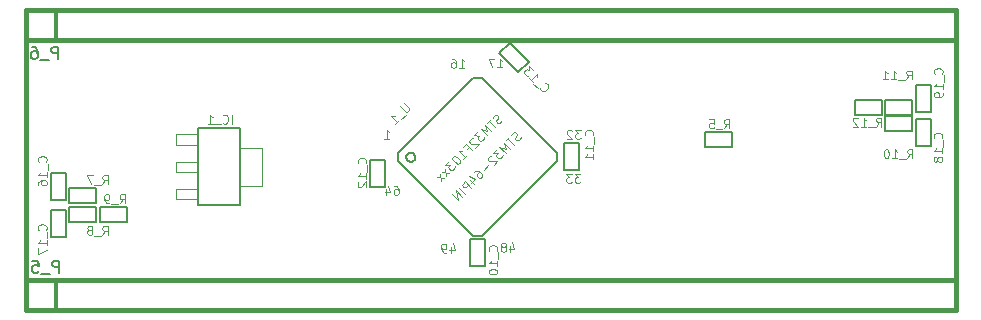
<source format=gbo>
G04 (created by PCBNEW-RS274X (2010-03-14)-final) date Tue 05 Apr 2011 06:41:08 PM CEST*
G01*
G70*
G90*
%MOIN*%
G04 Gerber Fmt 3.4, Leading zero omitted, Abs format*
%FSLAX34Y34*%
G04 APERTURE LIST*
%ADD10C,0.006000*%
%ADD11C,0.004900*%
%ADD12C,0.015000*%
%ADD13C,0.005000*%
%ADD14C,0.002600*%
%ADD15C,0.008000*%
%ADD16C,0.012000*%
%ADD17C,0.006700*%
G04 APERTURE END LIST*
G54D10*
G54D11*
X50664Y-25882D02*
X50664Y-26079D01*
X50735Y-25770D02*
X50805Y-25981D01*
X50622Y-25981D01*
X50496Y-26079D02*
X50440Y-26079D01*
X50411Y-26065D01*
X50397Y-26051D01*
X50369Y-26009D01*
X50355Y-25952D01*
X50355Y-25840D01*
X50369Y-25812D01*
X50383Y-25798D01*
X50411Y-25784D01*
X50468Y-25784D01*
X50496Y-25798D01*
X50510Y-25812D01*
X50524Y-25840D01*
X50524Y-25910D01*
X50510Y-25938D01*
X50496Y-25952D01*
X50468Y-25967D01*
X50411Y-25967D01*
X50383Y-25952D01*
X50369Y-25938D01*
X50355Y-25910D01*
X52654Y-25852D02*
X52654Y-26049D01*
X52725Y-25740D02*
X52795Y-25951D01*
X52612Y-25951D01*
X52458Y-25880D02*
X52486Y-25866D01*
X52500Y-25852D01*
X52514Y-25824D01*
X52514Y-25810D01*
X52500Y-25782D01*
X52486Y-25768D01*
X52458Y-25754D01*
X52401Y-25754D01*
X52373Y-25768D01*
X52359Y-25782D01*
X52345Y-25810D01*
X52345Y-25824D01*
X52359Y-25852D01*
X52373Y-25866D01*
X52401Y-25880D01*
X52458Y-25880D01*
X52486Y-25894D01*
X52500Y-25908D01*
X52514Y-25937D01*
X52514Y-25993D01*
X52500Y-26021D01*
X52486Y-26035D01*
X52458Y-26049D01*
X52401Y-26049D01*
X52373Y-26035D01*
X52359Y-26021D01*
X52345Y-25993D01*
X52345Y-25937D01*
X52359Y-25908D01*
X52373Y-25894D01*
X52401Y-25880D01*
X54989Y-23454D02*
X54806Y-23454D01*
X54905Y-23566D01*
X54862Y-23566D01*
X54834Y-23580D01*
X54820Y-23594D01*
X54806Y-23622D01*
X54806Y-23693D01*
X54820Y-23721D01*
X54834Y-23735D01*
X54862Y-23749D01*
X54947Y-23749D01*
X54975Y-23735D01*
X54989Y-23721D01*
X54708Y-23454D02*
X54525Y-23454D01*
X54624Y-23566D01*
X54581Y-23566D01*
X54553Y-23580D01*
X54539Y-23594D01*
X54525Y-23622D01*
X54525Y-23693D01*
X54539Y-23721D01*
X54553Y-23735D01*
X54581Y-23749D01*
X54666Y-23749D01*
X54694Y-23735D01*
X54708Y-23721D01*
X54999Y-21994D02*
X54816Y-21994D01*
X54915Y-22106D01*
X54872Y-22106D01*
X54844Y-22120D01*
X54830Y-22134D01*
X54816Y-22162D01*
X54816Y-22233D01*
X54830Y-22261D01*
X54844Y-22275D01*
X54872Y-22289D01*
X54957Y-22289D01*
X54985Y-22275D01*
X54999Y-22261D01*
X54704Y-22022D02*
X54690Y-22008D01*
X54662Y-21994D01*
X54591Y-21994D01*
X54563Y-22008D01*
X54549Y-22022D01*
X54535Y-22050D01*
X54535Y-22078D01*
X54549Y-22120D01*
X54718Y-22289D01*
X54535Y-22289D01*
X52226Y-19909D02*
X52395Y-19909D01*
X52311Y-19909D02*
X52311Y-19614D01*
X52339Y-19656D01*
X52367Y-19684D01*
X52395Y-19698D01*
X52128Y-19614D02*
X51931Y-19614D01*
X52058Y-19909D01*
X50956Y-19919D02*
X51125Y-19919D01*
X51041Y-19919D02*
X51041Y-19624D01*
X51069Y-19666D01*
X51097Y-19694D01*
X51125Y-19708D01*
X50703Y-19624D02*
X50760Y-19624D01*
X50788Y-19638D01*
X50802Y-19652D01*
X50830Y-19694D01*
X50844Y-19750D01*
X50844Y-19863D01*
X50830Y-19891D01*
X50816Y-19905D01*
X50788Y-19919D01*
X50731Y-19919D01*
X50703Y-19905D01*
X50689Y-19891D01*
X50675Y-19863D01*
X50675Y-19792D01*
X50689Y-19764D01*
X50703Y-19750D01*
X50731Y-19736D01*
X50788Y-19736D01*
X50816Y-19750D01*
X50830Y-19764D01*
X50844Y-19792D01*
X48794Y-23864D02*
X48851Y-23864D01*
X48879Y-23878D01*
X48893Y-23892D01*
X48921Y-23934D01*
X48935Y-23990D01*
X48935Y-24103D01*
X48921Y-24131D01*
X48907Y-24145D01*
X48879Y-24159D01*
X48822Y-24159D01*
X48794Y-24145D01*
X48780Y-24131D01*
X48766Y-24103D01*
X48766Y-24032D01*
X48780Y-24004D01*
X48794Y-23990D01*
X48822Y-23976D01*
X48879Y-23976D01*
X48907Y-23990D01*
X48921Y-24004D01*
X48935Y-24032D01*
X48513Y-23962D02*
X48513Y-24159D01*
X48584Y-23850D02*
X48654Y-24061D01*
X48471Y-24061D01*
X48455Y-22289D02*
X48624Y-22289D01*
X48540Y-22289D02*
X48540Y-21994D01*
X48568Y-22036D01*
X48596Y-22064D01*
X48624Y-22078D01*
G54D12*
X36500Y-28000D02*
X36500Y-18000D01*
X67500Y-28000D02*
X36500Y-28000D01*
X67500Y-18000D02*
X67500Y-28000D01*
X36500Y-18000D02*
X67500Y-18000D01*
G54D13*
X51419Y-20255D02*
X48915Y-22759D01*
X51701Y-20255D02*
X54205Y-22759D01*
X51701Y-25545D02*
X54205Y-23041D01*
X48915Y-23041D02*
X51419Y-25545D01*
X49490Y-22900D02*
X49487Y-22929D01*
X49478Y-22957D01*
X49464Y-22983D01*
X49446Y-23005D01*
X49423Y-23024D01*
X49398Y-23038D01*
X49370Y-23046D01*
X49341Y-23049D01*
X49312Y-23047D01*
X49284Y-23039D01*
X49258Y-23025D01*
X49236Y-23007D01*
X49217Y-22984D01*
X49203Y-22959D01*
X49194Y-22931D01*
X49191Y-22902D01*
X49193Y-22873D01*
X49201Y-22845D01*
X49214Y-22819D01*
X49233Y-22796D01*
X49255Y-22777D01*
X49280Y-22763D01*
X49308Y-22754D01*
X49337Y-22751D01*
X49366Y-22753D01*
X49394Y-22761D01*
X49420Y-22774D01*
X49443Y-22792D01*
X49462Y-22814D01*
X49477Y-22839D01*
X49486Y-22867D01*
X49489Y-22896D01*
X49490Y-22900D01*
X48915Y-22759D02*
X48915Y-23041D01*
X51701Y-20255D02*
X51419Y-20255D01*
X54205Y-23041D02*
X54205Y-22759D01*
X51419Y-25545D02*
X51701Y-25545D01*
X64130Y-21490D02*
X65030Y-21490D01*
X65030Y-21490D02*
X65030Y-20990D01*
X65030Y-20990D02*
X64130Y-20990D01*
X64130Y-20990D02*
X64130Y-21490D01*
X65130Y-21490D02*
X66030Y-21490D01*
X66030Y-21490D02*
X66030Y-20990D01*
X66030Y-20990D02*
X65130Y-20990D01*
X65130Y-20990D02*
X65130Y-21490D01*
X65130Y-22030D02*
X66030Y-22030D01*
X66030Y-22030D02*
X66030Y-21530D01*
X66030Y-21530D02*
X65130Y-21530D01*
X65130Y-21530D02*
X65130Y-22030D01*
X39870Y-24570D02*
X38970Y-24570D01*
X38970Y-24570D02*
X38970Y-25070D01*
X38970Y-25070D02*
X39870Y-25070D01*
X39870Y-25070D02*
X39870Y-24570D01*
X38850Y-24570D02*
X37950Y-24570D01*
X37950Y-24570D02*
X37950Y-25070D01*
X37950Y-25070D02*
X38850Y-25070D01*
X38850Y-25070D02*
X38850Y-24570D01*
X38850Y-23930D02*
X37950Y-23930D01*
X37950Y-23930D02*
X37950Y-24430D01*
X37950Y-24430D02*
X38850Y-24430D01*
X38850Y-24430D02*
X38850Y-23930D01*
X60050Y-22070D02*
X59150Y-22070D01*
X59150Y-22070D02*
X59150Y-22570D01*
X59150Y-22570D02*
X60050Y-22570D01*
X60050Y-22570D02*
X60050Y-22070D01*
X66670Y-21390D02*
X66670Y-20490D01*
X66670Y-20490D02*
X66170Y-20490D01*
X66170Y-20490D02*
X66170Y-21390D01*
X66170Y-21390D02*
X66670Y-21390D01*
X66170Y-21630D02*
X66170Y-22530D01*
X66170Y-22530D02*
X66670Y-22530D01*
X66670Y-22530D02*
X66670Y-21630D01*
X66670Y-21630D02*
X66170Y-21630D01*
X37330Y-24670D02*
X37330Y-25570D01*
X37330Y-25570D02*
X37830Y-25570D01*
X37830Y-25570D02*
X37830Y-24670D01*
X37830Y-24670D02*
X37330Y-24670D01*
X37830Y-24330D02*
X37830Y-23430D01*
X37830Y-23430D02*
X37330Y-23430D01*
X37330Y-23430D02*
X37330Y-24330D01*
X37330Y-24330D02*
X37830Y-24330D01*
X53275Y-19721D02*
X52639Y-19085D01*
X52639Y-19085D02*
X52285Y-19439D01*
X52285Y-19439D02*
X52921Y-20075D01*
X52921Y-20075D02*
X53275Y-19721D01*
X47990Y-22990D02*
X47990Y-23890D01*
X47990Y-23890D02*
X48490Y-23890D01*
X48490Y-23890D02*
X48490Y-22990D01*
X48490Y-22990D02*
X47990Y-22990D01*
X54440Y-22430D02*
X54440Y-23330D01*
X54440Y-23330D02*
X54940Y-23330D01*
X54940Y-23330D02*
X54940Y-22430D01*
X54940Y-22430D02*
X54440Y-22430D01*
X51310Y-25630D02*
X51310Y-26530D01*
X51310Y-26530D02*
X51810Y-26530D01*
X51810Y-26530D02*
X51810Y-25630D01*
X51810Y-25630D02*
X51310Y-25630D01*
G54D14*
X43649Y-23850D02*
X43649Y-22590D01*
X43649Y-22590D02*
X44380Y-22590D01*
X44380Y-23850D02*
X44380Y-22590D01*
X43649Y-23850D02*
X44380Y-23850D01*
X41500Y-23390D02*
X41500Y-23050D01*
X41500Y-23050D02*
X42231Y-23050D01*
X42231Y-23390D02*
X42231Y-23050D01*
X41500Y-23390D02*
X42231Y-23390D01*
X41500Y-24300D02*
X41500Y-23960D01*
X41500Y-23960D02*
X42231Y-23960D01*
X42231Y-24300D02*
X42231Y-23960D01*
X41500Y-24300D02*
X42231Y-24300D01*
X41500Y-22480D02*
X41500Y-22140D01*
X41500Y-22140D02*
X42231Y-22140D01*
X42231Y-22480D02*
X42231Y-22140D01*
X41500Y-22480D02*
X42231Y-22480D01*
X43649Y-23850D02*
X43649Y-22590D01*
X43649Y-22590D02*
X44380Y-22590D01*
X44380Y-23850D02*
X44380Y-22590D01*
X43649Y-23850D02*
X44380Y-23850D01*
X41500Y-23390D02*
X41500Y-23050D01*
X41500Y-23050D02*
X42231Y-23050D01*
X42231Y-23390D02*
X42231Y-23050D01*
X41500Y-23390D02*
X42231Y-23390D01*
X41500Y-24300D02*
X41500Y-23960D01*
X41500Y-23960D02*
X42231Y-23960D01*
X42231Y-24300D02*
X42231Y-23960D01*
X41500Y-24300D02*
X42231Y-24300D01*
X41500Y-22480D02*
X41500Y-22140D01*
X41500Y-22140D02*
X42231Y-22140D01*
X42231Y-22480D02*
X42231Y-22140D01*
X41500Y-22480D02*
X42231Y-22480D01*
G54D15*
X43640Y-21930D02*
X42240Y-21930D01*
X42240Y-21930D02*
X42240Y-24510D01*
X42240Y-24510D02*
X43640Y-24510D01*
X43640Y-24510D02*
X43640Y-21930D01*
G54D12*
X36508Y-27008D02*
X67512Y-27008D01*
X36508Y-27992D02*
X67512Y-27992D01*
G54D16*
X67524Y-26999D02*
X67524Y-27999D01*
X36500Y-27000D02*
X36500Y-28000D01*
X37500Y-27000D02*
X37500Y-28000D01*
G54D12*
X36508Y-18008D02*
X67512Y-18008D01*
X36508Y-18992D02*
X67512Y-18992D01*
G54D16*
X67524Y-17999D02*
X67524Y-18999D01*
X36500Y-18000D02*
X36500Y-19000D01*
X37500Y-18000D02*
X37500Y-19000D01*
G54D11*
X49104Y-21087D02*
X49273Y-21256D01*
X49283Y-21286D01*
X49283Y-21306D01*
X49273Y-21335D01*
X49233Y-21376D01*
X49203Y-21386D01*
X49183Y-21386D01*
X49153Y-21376D01*
X48984Y-21207D01*
X49163Y-21485D02*
X49004Y-21644D01*
X48825Y-21783D02*
X48945Y-21664D01*
X48885Y-21723D02*
X48677Y-21514D01*
X48726Y-21524D01*
X48766Y-21524D01*
X48796Y-21514D01*
X53000Y-22244D02*
X52980Y-22284D01*
X52930Y-22334D01*
X52900Y-22344D01*
X52881Y-22344D01*
X52851Y-22334D01*
X52831Y-22314D01*
X52821Y-22285D01*
X52821Y-22264D01*
X52830Y-22234D01*
X52861Y-22184D01*
X52871Y-22155D01*
X52871Y-22135D01*
X52861Y-22105D01*
X52841Y-22085D01*
X52811Y-22075D01*
X52792Y-22075D01*
X52762Y-22085D01*
X52712Y-22135D01*
X52692Y-22175D01*
X52623Y-22225D02*
X52503Y-22344D01*
X52772Y-22493D02*
X52563Y-22284D01*
X52642Y-22622D02*
X52434Y-22413D01*
X52513Y-22633D01*
X52294Y-22553D01*
X52503Y-22761D01*
X52215Y-22632D02*
X52086Y-22761D01*
X52235Y-22770D01*
X52205Y-22801D01*
X52195Y-22831D01*
X52195Y-22850D01*
X52205Y-22880D01*
X52255Y-22930D01*
X52285Y-22940D01*
X52304Y-22940D01*
X52334Y-22930D01*
X52394Y-22870D01*
X52404Y-22840D01*
X52404Y-22821D01*
X52026Y-22860D02*
X52007Y-22860D01*
X51977Y-22870D01*
X51927Y-22920D01*
X51917Y-22950D01*
X51917Y-22970D01*
X51927Y-23000D01*
X51947Y-23019D01*
X51986Y-23039D01*
X52225Y-23039D01*
X52096Y-23169D01*
X51927Y-23178D02*
X51768Y-23338D01*
X51450Y-23397D02*
X51491Y-23357D01*
X51520Y-23347D01*
X51540Y-23347D01*
X51590Y-23357D01*
X51639Y-23386D01*
X51719Y-23466D01*
X51729Y-23496D01*
X51729Y-23516D01*
X51719Y-23545D01*
X51679Y-23586D01*
X51649Y-23596D01*
X51629Y-23596D01*
X51599Y-23586D01*
X51549Y-23535D01*
X51539Y-23506D01*
X51539Y-23486D01*
X51549Y-23456D01*
X51590Y-23416D01*
X51619Y-23406D01*
X51639Y-23406D01*
X51669Y-23416D01*
X51321Y-23665D02*
X51460Y-23804D01*
X51292Y-23535D02*
X51491Y-23635D01*
X51361Y-23765D01*
X51351Y-23913D02*
X51143Y-23704D01*
X51063Y-23784D01*
X51053Y-23814D01*
X51053Y-23834D01*
X51063Y-23864D01*
X51092Y-23893D01*
X51122Y-23903D01*
X51142Y-23903D01*
X51172Y-23893D01*
X51252Y-23813D01*
X51143Y-24122D02*
X50934Y-23913D01*
X51044Y-24221D02*
X50835Y-24012D01*
X50924Y-24340D01*
X50716Y-24132D01*
X52374Y-21657D02*
X52354Y-21697D01*
X52304Y-21747D01*
X52274Y-21757D01*
X52254Y-21757D01*
X52224Y-21747D01*
X52205Y-21727D01*
X52195Y-21697D01*
X52194Y-21677D01*
X52204Y-21647D01*
X52234Y-21597D01*
X52244Y-21567D01*
X52244Y-21547D01*
X52234Y-21518D01*
X52214Y-21498D01*
X52185Y-21488D01*
X52165Y-21488D01*
X52135Y-21498D01*
X52085Y-21548D01*
X52065Y-21588D01*
X51996Y-21637D02*
X51876Y-21757D01*
X52145Y-21905D02*
X51937Y-21697D01*
X52016Y-22035D02*
X51807Y-21826D01*
X51886Y-22045D01*
X51668Y-21965D01*
X51876Y-22174D01*
X51589Y-22044D02*
X51459Y-22174D01*
X51608Y-22183D01*
X51578Y-22213D01*
X51568Y-22243D01*
X51568Y-22263D01*
X51578Y-22293D01*
X51628Y-22343D01*
X51658Y-22353D01*
X51678Y-22353D01*
X51707Y-22343D01*
X51768Y-22283D01*
X51777Y-22253D01*
X51777Y-22233D01*
X51400Y-22273D02*
X51380Y-22273D01*
X51350Y-22283D01*
X51300Y-22333D01*
X51290Y-22363D01*
X51290Y-22382D01*
X51300Y-22412D01*
X51320Y-22432D01*
X51360Y-22452D01*
X51599Y-22452D01*
X51469Y-22581D01*
X51200Y-22631D02*
X51270Y-22561D01*
X51380Y-22670D02*
X51171Y-22462D01*
X51072Y-22561D01*
X51092Y-22959D02*
X51211Y-22839D01*
X51152Y-22899D02*
X50943Y-22690D01*
X50993Y-22700D01*
X51032Y-22700D01*
X51062Y-22690D01*
X50754Y-22879D02*
X50734Y-22899D01*
X50724Y-22929D01*
X50724Y-22949D01*
X50734Y-22979D01*
X50763Y-23028D01*
X50814Y-23078D01*
X50863Y-23108D01*
X50893Y-23118D01*
X50913Y-23118D01*
X50942Y-23108D01*
X50963Y-23087D01*
X50973Y-23058D01*
X50973Y-23038D01*
X50963Y-23008D01*
X50933Y-22959D01*
X50883Y-22909D01*
X50833Y-22879D01*
X50804Y-22869D01*
X50784Y-22869D01*
X50754Y-22879D01*
X50615Y-23018D02*
X50486Y-23148D01*
X50635Y-23157D01*
X50604Y-23187D01*
X50594Y-23217D01*
X50594Y-23237D01*
X50604Y-23266D01*
X50655Y-23317D01*
X50684Y-23326D01*
X50704Y-23326D01*
X50734Y-23317D01*
X50794Y-23256D01*
X50804Y-23227D01*
X50804Y-23207D01*
X50625Y-23425D02*
X50376Y-23396D01*
X50486Y-23286D02*
X50515Y-23535D01*
X50456Y-23594D02*
X50207Y-23565D01*
X50317Y-23455D02*
X50346Y-23704D01*
X64852Y-21879D02*
X64951Y-21738D01*
X65021Y-21879D02*
X65021Y-21584D01*
X64908Y-21584D01*
X64880Y-21598D01*
X64866Y-21612D01*
X64852Y-21640D01*
X64852Y-21682D01*
X64866Y-21710D01*
X64880Y-21724D01*
X64908Y-21738D01*
X65021Y-21738D01*
X64796Y-21907D02*
X64571Y-21907D01*
X64346Y-21879D02*
X64515Y-21879D01*
X64431Y-21879D02*
X64431Y-21584D01*
X64459Y-21626D01*
X64487Y-21654D01*
X64515Y-21668D01*
X64234Y-21612D02*
X64220Y-21598D01*
X64192Y-21584D01*
X64121Y-21584D01*
X64093Y-21598D01*
X64079Y-21612D01*
X64065Y-21640D01*
X64065Y-21668D01*
X64079Y-21710D01*
X64248Y-21879D01*
X64065Y-21879D01*
X65862Y-20309D02*
X65961Y-20168D01*
X66031Y-20309D02*
X66031Y-20014D01*
X65918Y-20014D01*
X65890Y-20028D01*
X65876Y-20042D01*
X65862Y-20070D01*
X65862Y-20112D01*
X65876Y-20140D01*
X65890Y-20154D01*
X65918Y-20168D01*
X66031Y-20168D01*
X65806Y-20337D02*
X65581Y-20337D01*
X65356Y-20309D02*
X65525Y-20309D01*
X65441Y-20309D02*
X65441Y-20014D01*
X65469Y-20056D01*
X65497Y-20084D01*
X65525Y-20098D01*
X65075Y-20309D02*
X65244Y-20309D01*
X65160Y-20309D02*
X65160Y-20014D01*
X65188Y-20056D01*
X65216Y-20084D01*
X65244Y-20098D01*
X65892Y-22929D02*
X65991Y-22788D01*
X66061Y-22929D02*
X66061Y-22634D01*
X65948Y-22634D01*
X65920Y-22648D01*
X65906Y-22662D01*
X65892Y-22690D01*
X65892Y-22732D01*
X65906Y-22760D01*
X65920Y-22774D01*
X65948Y-22788D01*
X66061Y-22788D01*
X65836Y-22957D02*
X65611Y-22957D01*
X65386Y-22929D02*
X65555Y-22929D01*
X65471Y-22929D02*
X65471Y-22634D01*
X65499Y-22676D01*
X65527Y-22704D01*
X65555Y-22718D01*
X65204Y-22634D02*
X65175Y-22634D01*
X65147Y-22648D01*
X65133Y-22662D01*
X65119Y-22690D01*
X65105Y-22746D01*
X65105Y-22817D01*
X65119Y-22873D01*
X65133Y-22901D01*
X65147Y-22915D01*
X65175Y-22929D01*
X65204Y-22929D01*
X65232Y-22915D01*
X65246Y-22901D01*
X65260Y-22873D01*
X65274Y-22817D01*
X65274Y-22746D01*
X65260Y-22690D01*
X65246Y-22662D01*
X65232Y-22648D01*
X65204Y-22634D01*
X39631Y-24439D02*
X39730Y-24298D01*
X39800Y-24439D02*
X39800Y-24144D01*
X39687Y-24144D01*
X39659Y-24158D01*
X39645Y-24172D01*
X39631Y-24200D01*
X39631Y-24242D01*
X39645Y-24270D01*
X39659Y-24284D01*
X39687Y-24298D01*
X39800Y-24298D01*
X39575Y-24467D02*
X39350Y-24467D01*
X39266Y-24439D02*
X39210Y-24439D01*
X39181Y-24425D01*
X39167Y-24411D01*
X39139Y-24369D01*
X39125Y-24312D01*
X39125Y-24200D01*
X39139Y-24172D01*
X39153Y-24158D01*
X39181Y-24144D01*
X39238Y-24144D01*
X39266Y-24158D01*
X39280Y-24172D01*
X39294Y-24200D01*
X39294Y-24270D01*
X39280Y-24298D01*
X39266Y-24312D01*
X39238Y-24327D01*
X39181Y-24327D01*
X39153Y-24312D01*
X39139Y-24298D01*
X39125Y-24270D01*
X39061Y-25489D02*
X39160Y-25348D01*
X39230Y-25489D02*
X39230Y-25194D01*
X39117Y-25194D01*
X39089Y-25208D01*
X39075Y-25222D01*
X39061Y-25250D01*
X39061Y-25292D01*
X39075Y-25320D01*
X39089Y-25334D01*
X39117Y-25348D01*
X39230Y-25348D01*
X39005Y-25517D02*
X38780Y-25517D01*
X38668Y-25320D02*
X38696Y-25306D01*
X38710Y-25292D01*
X38724Y-25264D01*
X38724Y-25250D01*
X38710Y-25222D01*
X38696Y-25208D01*
X38668Y-25194D01*
X38611Y-25194D01*
X38583Y-25208D01*
X38569Y-25222D01*
X38555Y-25250D01*
X38555Y-25264D01*
X38569Y-25292D01*
X38583Y-25306D01*
X38611Y-25320D01*
X38668Y-25320D01*
X38696Y-25334D01*
X38710Y-25348D01*
X38724Y-25377D01*
X38724Y-25433D01*
X38710Y-25461D01*
X38696Y-25475D01*
X38668Y-25489D01*
X38611Y-25489D01*
X38583Y-25475D01*
X38569Y-25461D01*
X38555Y-25433D01*
X38555Y-25377D01*
X38569Y-25348D01*
X38583Y-25334D01*
X38611Y-25320D01*
X39061Y-23799D02*
X39160Y-23658D01*
X39230Y-23799D02*
X39230Y-23504D01*
X39117Y-23504D01*
X39089Y-23518D01*
X39075Y-23532D01*
X39061Y-23560D01*
X39061Y-23602D01*
X39075Y-23630D01*
X39089Y-23644D01*
X39117Y-23658D01*
X39230Y-23658D01*
X39005Y-23827D02*
X38780Y-23827D01*
X38738Y-23504D02*
X38541Y-23504D01*
X38668Y-23799D01*
X59781Y-21939D02*
X59880Y-21798D01*
X59950Y-21939D02*
X59950Y-21644D01*
X59837Y-21644D01*
X59809Y-21658D01*
X59795Y-21672D01*
X59781Y-21700D01*
X59781Y-21742D01*
X59795Y-21770D01*
X59809Y-21784D01*
X59837Y-21798D01*
X59950Y-21798D01*
X59725Y-21967D02*
X59500Y-21967D01*
X59289Y-21644D02*
X59430Y-21644D01*
X59444Y-21784D01*
X59430Y-21770D01*
X59402Y-21756D01*
X59331Y-21756D01*
X59303Y-21770D01*
X59289Y-21784D01*
X59275Y-21812D01*
X59275Y-21883D01*
X59289Y-21911D01*
X59303Y-21925D01*
X59331Y-21939D01*
X59402Y-21939D01*
X59430Y-21925D01*
X59444Y-21911D01*
X67041Y-20118D02*
X67055Y-20104D01*
X67069Y-20062D01*
X67069Y-20034D01*
X67055Y-19991D01*
X67027Y-19963D01*
X66999Y-19949D01*
X66942Y-19935D01*
X66900Y-19935D01*
X66844Y-19949D01*
X66816Y-19963D01*
X66788Y-19991D01*
X66774Y-20034D01*
X66774Y-20062D01*
X66788Y-20104D01*
X66802Y-20118D01*
X67097Y-20174D02*
X67097Y-20399D01*
X67069Y-20624D02*
X67069Y-20455D01*
X67069Y-20539D02*
X66774Y-20539D01*
X66816Y-20511D01*
X66844Y-20483D01*
X66858Y-20455D01*
X67069Y-20764D02*
X67069Y-20820D01*
X67055Y-20849D01*
X67041Y-20863D01*
X66999Y-20891D01*
X66942Y-20905D01*
X66830Y-20905D01*
X66802Y-20891D01*
X66788Y-20877D01*
X66774Y-20849D01*
X66774Y-20792D01*
X66788Y-20764D01*
X66802Y-20750D01*
X66830Y-20736D01*
X66900Y-20736D01*
X66928Y-20750D01*
X66942Y-20764D01*
X66957Y-20792D01*
X66957Y-20849D01*
X66942Y-20877D01*
X66928Y-20891D01*
X66900Y-20905D01*
X67031Y-22268D02*
X67045Y-22254D01*
X67059Y-22212D01*
X67059Y-22184D01*
X67045Y-22141D01*
X67017Y-22113D01*
X66989Y-22099D01*
X66932Y-22085D01*
X66890Y-22085D01*
X66834Y-22099D01*
X66806Y-22113D01*
X66778Y-22141D01*
X66764Y-22184D01*
X66764Y-22212D01*
X66778Y-22254D01*
X66792Y-22268D01*
X67087Y-22324D02*
X67087Y-22549D01*
X67059Y-22774D02*
X67059Y-22605D01*
X67059Y-22689D02*
X66764Y-22689D01*
X66806Y-22661D01*
X66834Y-22633D01*
X66848Y-22605D01*
X66890Y-22942D02*
X66876Y-22914D01*
X66862Y-22900D01*
X66834Y-22886D01*
X66820Y-22886D01*
X66792Y-22900D01*
X66778Y-22914D01*
X66764Y-22942D01*
X66764Y-22999D01*
X66778Y-23027D01*
X66792Y-23041D01*
X66820Y-23055D01*
X66834Y-23055D01*
X66862Y-23041D01*
X66876Y-23027D01*
X66890Y-22999D01*
X66890Y-22942D01*
X66904Y-22914D01*
X66918Y-22900D01*
X66947Y-22886D01*
X67003Y-22886D01*
X67031Y-22900D01*
X67045Y-22914D01*
X67059Y-22942D01*
X67059Y-22999D01*
X67045Y-23027D01*
X67031Y-23041D01*
X67003Y-23055D01*
X66947Y-23055D01*
X66918Y-23041D01*
X66904Y-23027D01*
X66890Y-22999D01*
X37171Y-25328D02*
X37185Y-25314D01*
X37199Y-25272D01*
X37199Y-25244D01*
X37185Y-25201D01*
X37157Y-25173D01*
X37129Y-25159D01*
X37072Y-25145D01*
X37030Y-25145D01*
X36974Y-25159D01*
X36946Y-25173D01*
X36918Y-25201D01*
X36904Y-25244D01*
X36904Y-25272D01*
X36918Y-25314D01*
X36932Y-25328D01*
X37227Y-25384D02*
X37227Y-25609D01*
X37199Y-25834D02*
X37199Y-25665D01*
X37199Y-25749D02*
X36904Y-25749D01*
X36946Y-25721D01*
X36974Y-25693D01*
X36988Y-25665D01*
X36904Y-25932D02*
X36904Y-26129D01*
X37199Y-26002D01*
X37181Y-23058D02*
X37195Y-23044D01*
X37209Y-23002D01*
X37209Y-22974D01*
X37195Y-22931D01*
X37167Y-22903D01*
X37139Y-22889D01*
X37082Y-22875D01*
X37040Y-22875D01*
X36984Y-22889D01*
X36956Y-22903D01*
X36928Y-22931D01*
X36914Y-22974D01*
X36914Y-23002D01*
X36928Y-23044D01*
X36942Y-23058D01*
X37237Y-23114D02*
X37237Y-23339D01*
X37209Y-23564D02*
X37209Y-23395D01*
X37209Y-23479D02*
X36914Y-23479D01*
X36956Y-23451D01*
X36984Y-23423D01*
X36998Y-23395D01*
X36914Y-23817D02*
X36914Y-23760D01*
X36928Y-23732D01*
X36942Y-23718D01*
X36984Y-23690D01*
X37040Y-23676D01*
X37153Y-23676D01*
X37181Y-23690D01*
X37195Y-23704D01*
X37209Y-23732D01*
X37209Y-23789D01*
X37195Y-23817D01*
X37181Y-23831D01*
X37153Y-23845D01*
X37082Y-23845D01*
X37054Y-23831D01*
X37040Y-23817D01*
X37026Y-23789D01*
X37026Y-23732D01*
X37040Y-23704D01*
X37054Y-23690D01*
X37082Y-23676D01*
X53659Y-20608D02*
X53659Y-20628D01*
X53679Y-20667D01*
X53699Y-20687D01*
X53739Y-20708D01*
X53779Y-20708D01*
X53808Y-20698D01*
X53859Y-20667D01*
X53888Y-20638D01*
X53918Y-20588D01*
X53928Y-20558D01*
X53928Y-20519D01*
X53907Y-20478D01*
X53888Y-20459D01*
X53848Y-20439D01*
X53828Y-20439D01*
X53580Y-20608D02*
X53421Y-20449D01*
X53282Y-20270D02*
X53401Y-20389D01*
X53342Y-20330D02*
X53550Y-20121D01*
X53540Y-20171D01*
X53540Y-20210D01*
X53550Y-20240D01*
X53421Y-19992D02*
X53292Y-19863D01*
X53282Y-20012D01*
X53252Y-19981D01*
X53222Y-19971D01*
X53202Y-19971D01*
X53173Y-19981D01*
X53123Y-20032D01*
X53113Y-20061D01*
X53113Y-20081D01*
X53123Y-20111D01*
X53183Y-20171D01*
X53212Y-20181D01*
X53232Y-20181D01*
X47831Y-23108D02*
X47845Y-23094D01*
X47859Y-23052D01*
X47859Y-23024D01*
X47845Y-22981D01*
X47817Y-22953D01*
X47789Y-22939D01*
X47732Y-22925D01*
X47690Y-22925D01*
X47634Y-22939D01*
X47606Y-22953D01*
X47578Y-22981D01*
X47564Y-23024D01*
X47564Y-23052D01*
X47578Y-23094D01*
X47592Y-23108D01*
X47887Y-23164D02*
X47887Y-23389D01*
X47859Y-23614D02*
X47859Y-23445D01*
X47859Y-23529D02*
X47564Y-23529D01*
X47606Y-23501D01*
X47634Y-23473D01*
X47648Y-23445D01*
X47592Y-23726D02*
X47578Y-23740D01*
X47564Y-23768D01*
X47564Y-23839D01*
X47578Y-23867D01*
X47592Y-23881D01*
X47620Y-23895D01*
X47648Y-23895D01*
X47690Y-23881D01*
X47859Y-23712D01*
X47859Y-23895D01*
X55401Y-22178D02*
X55415Y-22164D01*
X55429Y-22122D01*
X55429Y-22094D01*
X55415Y-22051D01*
X55387Y-22023D01*
X55359Y-22009D01*
X55302Y-21995D01*
X55260Y-21995D01*
X55204Y-22009D01*
X55176Y-22023D01*
X55148Y-22051D01*
X55134Y-22094D01*
X55134Y-22122D01*
X55148Y-22164D01*
X55162Y-22178D01*
X55457Y-22234D02*
X55457Y-22459D01*
X55429Y-22684D02*
X55429Y-22515D01*
X55429Y-22599D02*
X55134Y-22599D01*
X55176Y-22571D01*
X55204Y-22543D01*
X55218Y-22515D01*
X55429Y-22965D02*
X55429Y-22796D01*
X55429Y-22880D02*
X55134Y-22880D01*
X55176Y-22852D01*
X55204Y-22824D01*
X55218Y-22796D01*
X52201Y-26018D02*
X52215Y-26004D01*
X52229Y-25962D01*
X52229Y-25934D01*
X52215Y-25891D01*
X52187Y-25863D01*
X52159Y-25849D01*
X52102Y-25835D01*
X52060Y-25835D01*
X52004Y-25849D01*
X51976Y-25863D01*
X51948Y-25891D01*
X51934Y-25934D01*
X51934Y-25962D01*
X51948Y-26004D01*
X51962Y-26018D01*
X52257Y-26074D02*
X52257Y-26299D01*
X52229Y-26524D02*
X52229Y-26355D01*
X52229Y-26439D02*
X51934Y-26439D01*
X51976Y-26411D01*
X52004Y-26383D01*
X52018Y-26355D01*
X51934Y-26706D02*
X51934Y-26735D01*
X51948Y-26763D01*
X51962Y-26777D01*
X51990Y-26791D01*
X52046Y-26805D01*
X52117Y-26805D01*
X52173Y-26791D01*
X52201Y-26777D01*
X52215Y-26763D01*
X52229Y-26735D01*
X52229Y-26706D01*
X52215Y-26678D01*
X52201Y-26664D01*
X52173Y-26650D01*
X52117Y-26636D01*
X52046Y-26636D01*
X51990Y-26650D01*
X51962Y-26664D01*
X51948Y-26678D01*
X51934Y-26706D01*
X43380Y-21779D02*
X43380Y-21484D01*
X43071Y-21751D02*
X43085Y-21765D01*
X43127Y-21779D01*
X43155Y-21779D01*
X43198Y-21765D01*
X43226Y-21737D01*
X43240Y-21709D01*
X43254Y-21652D01*
X43254Y-21610D01*
X43240Y-21554D01*
X43226Y-21526D01*
X43198Y-21498D01*
X43155Y-21484D01*
X43127Y-21484D01*
X43085Y-21498D01*
X43071Y-21512D01*
X43015Y-21807D02*
X42790Y-21807D01*
X42565Y-21779D02*
X42734Y-21779D01*
X42650Y-21779D02*
X42650Y-21484D01*
X42678Y-21526D01*
X42706Y-21554D01*
X42734Y-21568D01*
G54D17*
X37618Y-26750D02*
X37618Y-26350D01*
X37465Y-26350D01*
X37427Y-26369D01*
X37408Y-26388D01*
X37389Y-26426D01*
X37389Y-26483D01*
X37408Y-26521D01*
X37427Y-26540D01*
X37465Y-26559D01*
X37618Y-26559D01*
X37313Y-26788D02*
X37008Y-26788D01*
X36722Y-26350D02*
X36913Y-26350D01*
X36932Y-26540D01*
X36913Y-26521D01*
X36875Y-26502D01*
X36779Y-26502D01*
X36741Y-26521D01*
X36722Y-26540D01*
X36703Y-26578D01*
X36703Y-26674D01*
X36722Y-26712D01*
X36741Y-26731D01*
X36779Y-26750D01*
X36875Y-26750D01*
X36913Y-26731D01*
X36932Y-26712D01*
X37588Y-19624D02*
X37588Y-19224D01*
X37435Y-19224D01*
X37397Y-19243D01*
X37378Y-19262D01*
X37359Y-19300D01*
X37359Y-19357D01*
X37378Y-19395D01*
X37397Y-19414D01*
X37435Y-19433D01*
X37588Y-19433D01*
X37283Y-19662D02*
X36978Y-19662D01*
X36711Y-19224D02*
X36788Y-19224D01*
X36826Y-19243D01*
X36845Y-19262D01*
X36883Y-19319D01*
X36902Y-19395D01*
X36902Y-19548D01*
X36883Y-19586D01*
X36864Y-19605D01*
X36826Y-19624D01*
X36749Y-19624D01*
X36711Y-19605D01*
X36692Y-19586D01*
X36673Y-19548D01*
X36673Y-19452D01*
X36692Y-19414D01*
X36711Y-19395D01*
X36749Y-19376D01*
X36826Y-19376D01*
X36864Y-19395D01*
X36883Y-19414D01*
X36902Y-19452D01*
M02*

</source>
